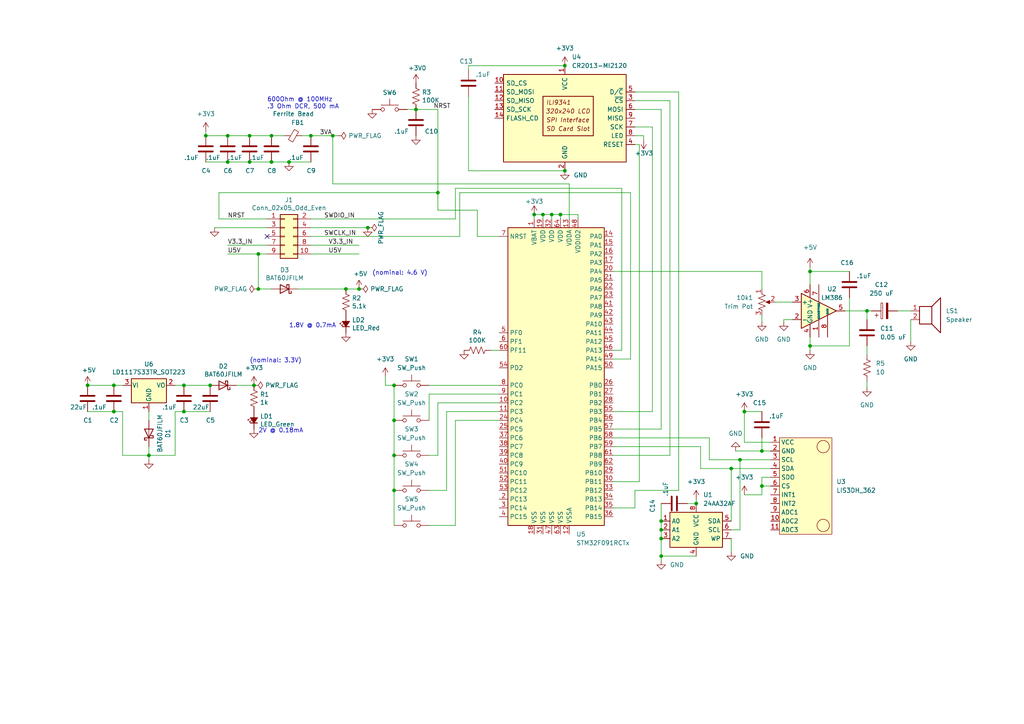
<source format=kicad_sch>
(kicad_sch (version 20211123) (generator eeschema)
  (paper "A4")
  (lib_symbols
    (symbol "362_symbol_lib:LIS3DH_362"
      (property "Reference" "U" (at -7.62 11.43 0))
      (property "Value" "LIS3DH_362" (at 6.35 11.43 0))
      (symbol "LIS3DH_362_0_1"
        (rectangle (start -8.89 7.62) (end 6.35 -20.32) (fill (type background)))
        (circle (center 3.81 -17.78) (radius 1.7961))
        (circle (center 3.81 5.08) (radius 1.7961))
      )
      (symbol "LIS3DH_362_1_1"
        (pin power_in line (at -11.43 6.35 0) (length 2.54) (name "VCC") (number "1"))
        (pin output line (at -11.43 -16.51 0) (length 2.54) (name "ADC2") (number "10"))
        (pin output line (at -11.43 -19.05 0) (length 2.54) (name "ADC3") (number "11"))
        (pin power_in line (at -11.43 3.81 0) (length 2.54) (name "GND") (number "2"))
        (pin input line (at -11.43 1.27 0) (length 2.54) (name "SCL") (number "3"))
        (pin bidirectional line (at -11.43 -1.27 0) (length 2.54) (name "SDA") (number "4"))
        (pin output line (at -11.43 -3.81 0) (length 2.54) (name "SDO") (number "5"))
        (pin input line (at -11.43 -6.35 0) (length 2.54) (name "CS") (number "6"))
        (pin output line (at -11.43 -8.89 0) (length 2.54) (name "INT1") (number "7"))
        (pin output line (at -11.43 -11.43 0) (length 2.54) (name "INT2") (number "8"))
        (pin output line (at -11.43 -13.97 0) (length 2.54) (name "ADC1") (number "9"))
      )
    )
    (symbol "Amplifier_Audio:LM386" (pin_names (offset 0.127))
      (property "Reference" "U" (at 1.27 7.62 0))
      (property "Value" "LM386" (at 1.27 5.08 0))
      (symbol "LM386_0_1"
        (polyline (pts (xy 5.08 0) (xy -5.08 5.08) (xy -5.08 -5.08) (xy 5.08 0)) (stroke (width 0.254)) (fill (type background)))
      )
      (symbol "LM386_1_1"
        (pin input line (at 0 -7.62 90) (length 5.08) (name "GAIN") (number "1"))
        (pin input line (at -7.62 -2.54 0) (length 2.54) (name "-") (number "2"))
        (pin input line (at -7.62 2.54 0) (length 2.54) (name "+") (number "3"))
        (pin power_in line (at -2.54 -7.62 90) (length 3.81) (name "GND") (number "4"))
        (pin output line (at 7.62 0 180) (length 2.54) (name "~") (number "5"))
        (pin power_in line (at -2.54 7.62 270) (length 3.81) (name "V+") (number "6"))
        (pin input line (at 0 7.62 270) (length 5.08) (name "BYPASS") (number "7"))
        (pin input line (at 2.54 -7.62 90) (length 6.35) (name "GAIN") (number "8"))
      )
    )
    (symbol "Connector_Generic:Conn_02x05_Odd_Even" (pin_names (offset 1.016) hide)
      (property "Reference" "J" (at 1.27 7.62 0))
      (property "Value" "Conn_02x05_Odd_Even" (at 1.27 -7.62 0))
      (symbol "Conn_02x05_Odd_Even_1_1"
        (rectangle (start -1.27 -4.953) (end 0 -5.207) (stroke (width 0.1524)))
        (rectangle (start -1.27 -2.413) (end 0 -2.667) (stroke (width 0.1524)))
        (rectangle (start -1.27 0.127) (end 0 -0.127) (stroke (width 0.1524)))
        (rectangle (start -1.27 2.667) (end 0 2.413) (stroke (width 0.1524)))
        (rectangle (start -1.27 5.207) (end 0 4.953) (stroke (width 0.1524)))
        (rectangle (start -1.27 6.35) (end 3.81 -6.35) (stroke (width 0.254)) (fill (type background)))
        (rectangle (start 3.81 -4.953) (end 2.54 -5.207) (stroke (width 0.1524)))
        (rectangle (start 3.81 -2.413) (end 2.54 -2.667) (stroke (width 0.1524)))
        (rectangle (start 3.81 0.127) (end 2.54 -0.127) (stroke (width 0.1524)))
        (rectangle (start 3.81 2.667) (end 2.54 2.413) (stroke (width 0.1524)))
        (rectangle (start 3.81 5.207) (end 2.54 4.953) (stroke (width 0.1524)))
        (pin passive line (at -5.08 5.08 0) (length 3.81) (name "Pin_1") (number "1"))
        (pin passive line (at 7.62 -5.08 180) (length 3.81) (name "Pin_10") (number "10"))
        (pin passive line (at 7.62 5.08 180) (length 3.81) (name "Pin_2") (number "2"))
        (pin passive line (at -5.08 2.54 0) (length 3.81) (name "Pin_3") (number "3"))
        (pin passive line (at 7.62 2.54 180) (length 3.81) (name "Pin_4") (number "4"))
        (pin passive line (at -5.08 0 0) (length 3.81) (name "Pin_5") (number "5"))
        (pin passive line (at 7.62 0 180) (length 3.81) (name "Pin_6") (number "6"))
        (pin passive line (at -5.08 -2.54 0) (length 3.81) (name "Pin_7") (number "7"))
        (pin passive line (at 7.62 -2.54 180) (length 3.81) (name "Pin_8") (number "8"))
        (pin passive line (at -5.08 -5.08 0) (length 3.81) (name "Pin_9") (number "9"))
      )
    )
    (symbol "Device:C" (pin_numbers hide) (pin_names (offset 0.254))
      (property "Reference" "C" (at 0.635 2.54 0))
      (property "Value" "C" (at 0.635 -2.54 0))
      (symbol "C_0_1"
        (polyline (pts (xy -2.032 -0.762) (xy 2.032 -0.762)) (stroke (width 0.508)))
        (polyline (pts (xy -2.032 0.762) (xy 2.032 0.762)) (stroke (width 0.508)))
      )
      (symbol "C_1_1"
        (pin passive line (at 0 3.81 270) (length 2.794) (name "~") (number "1"))
        (pin passive line (at 0 -3.81 90) (length 2.794) (name "~") (number "2"))
      )
    )
    (symbol "Device:C_Polarized" (pin_numbers hide) (pin_names (offset 0.254))
      (property "Reference" "C" (at 0.635 2.54 0))
      (property "Value" "C_Polarized" (at 0.635 -2.54 0))
      (symbol "C_Polarized_0_1"
        (rectangle (start -2.286 0.508) (end 2.286 1.016))
        (polyline (pts (xy -1.778 2.286) (xy -0.762 2.286)))
        (polyline (pts (xy -1.27 2.794) (xy -1.27 1.778)))
        (rectangle (start 2.286 -0.508) (end -2.286 -1.016) (fill (type outline)))
      )
      (symbol "C_Polarized_1_1"
        (pin passive line (at 0 3.81 270) (length 2.794) (name "~") (number "1"))
        (pin passive line (at 0 -3.81 90) (length 2.794) (name "~") (number "2"))
      )
    )
    (symbol "Device:R_Potentiometer_US" (pin_names (offset 1.016) hide)
      (property "Reference" "RV" (at -4.445 0 90))
      (property "Value" "R_Potentiometer_US" (at -2.54 0 90))
      (symbol "R_Potentiometer_US_0_1"
        (polyline (pts (xy 0 -2.286) (xy 0 -2.54)))
        (polyline (pts (xy 0 2.54) (xy 0 2.286)))
        (polyline (pts (xy 2.54 0) (xy 1.524 0)))
        (polyline (pts (xy 1.143 0) (xy 2.286 0.508) (xy 2.286 -0.508) (xy 1.143 0)) (fill (type outline)))
        (polyline (pts (xy 0 -0.762) (xy 1.016 -1.143) (xy 0 -1.524) (xy -1.016 -1.905) (xy 0 -2.286)))
        (polyline (pts (xy 0 0.762) (xy 1.016 0.381) (xy 0 0) (xy -1.016 -0.381) (xy 0 -0.762)))
        (polyline (pts (xy 0 2.286) (xy 1.016 1.905) (xy 0 1.524) (xy -1.016 1.143) (xy 0 0.762)))
      )
      (symbol "R_Potentiometer_US_1_1"
        (pin passive line (at 0 3.81 270) (length 1.27) (name "1") (number "1"))
        (pin passive line (at 3.81 0 180) (length 1.27) (name "2") (number "2"))
        (pin passive line (at 0 -3.81 90) (length 1.27) (name "3") (number "3"))
      )
    )
    (symbol "Device:R_US" (pin_numbers hide) (pin_names (offset 0))
      (property "Reference" "R" (at 2.54 0 90))
      (property "Value" "R_US" (at -2.54 0 90))
      (symbol "R_US_0_1"
        (polyline (pts (xy 0 -2.286) (xy 0 -2.54)))
        (polyline (pts (xy 0 2.286) (xy 0 2.54)))
        (polyline (pts (xy 0 -0.762) (xy 1.016 -1.143) (xy 0 -1.524) (xy -1.016 -1.905) (xy 0 -2.286)))
        (polyline (pts (xy 0 0.762) (xy 1.016 0.381) (xy 0 0) (xy -1.016 -0.381) (xy 0 -0.762)))
        (polyline (pts (xy 0 2.286) (xy 1.016 1.905) (xy 0 1.524) (xy -1.016 1.143) (xy 0 0.762)))
      )
      (symbol "R_US_1_1"
        (pin passive line (at 0 3.81 270) (length 1.27) (name "~") (number "1"))
        (pin passive line (at 0 -3.81 90) (length 1.27) (name "~") (number "2"))
      )
    )
    (symbol "Device:Speaker" (pin_names (offset 0) hide)
      (property "Reference" "LS" (at 1.27 5.715 0))
      (property "Value" "Speaker" (at 1.27 3.81 0))
      (symbol "Speaker_0_0"
        (rectangle (start -2.54 1.27) (end 1.016 -3.81) (stroke (width 0.254)))
        (polyline (pts (xy 1.016 1.27) (xy 3.556 3.81) (xy 3.556 -6.35) (xy 1.016 -3.81)) (stroke (width 0.254)))
      )
      (symbol "Speaker_1_1"
        (pin input line (at -5.08 0 0) (length 2.54) (name "1") (number "1"))
        (pin input line (at -5.08 -2.54 0) (length 2.54) (name "2") (number "2"))
      )
    )
    (symbol "Diode:BAT60A" (pin_numbers hide) (pin_names (offset 1.016) hide)
      (property "Reference" "D" (at 0 2.54 0))
      (property "Value" "BAT60A" (at 0 -2.54 0))
      (symbol "BAT60A_0_1"
        (polyline (pts (xy 1.27 0) (xy -1.27 0)))
        (polyline (pts (xy 1.27 1.27) (xy 1.27 -1.27) (xy -1.27 0) (xy 1.27 1.27)) (stroke (width 0.254)))
        (polyline (pts (xy -1.905 0.635) (xy -1.905 1.27) (xy -1.27 1.27) (xy -1.27 -1.27) (xy -0.635 -1.27) (xy -0.635 -0.635)) (stroke (width 0.254)))
      )
      (symbol "BAT60A_1_1"
        (pin passive line (at -3.81 0 0) (length 2.54) (name "K") (number "1"))
        (pin passive line (at 3.81 0 180) (length 2.54) (name "A") (number "2"))
      )
    )
    (symbol "Driver_Display:CR2013-MI2120" (pin_names (offset 0.762))
      (property "Reference" "U" (at -17.526 13.97 0))
      (property "Value" "CR2013-MI2120" (at 1.905 13.97 0))
      (symbol "CR2013-MI2120_0_0"
        (text "320x240 LCD" (at 0.889 2.032 0) (effects (font (size 1.27 1.27) italic)))
        (text "ILI9341" (at -5.461 4.572 0) (effects (font (size 1.27 1.27) italic) (justify left)))
        (text "SD Card Slot" (at -5.461 -3.048 0) (effects (font (size 1.27 1.27) italic) (justify left)))
        (text "SPI Interface" (at -5.461 -0.508 0) (effects (font (size 1.27 1.27) italic) (justify left)))
      )
      (symbol "CR2013-MI2120_0_1"
        (rectangle (start -17.78 12.7) (end 17.78 -12.7) (stroke (width 0.254)) (fill (type background)))
        (rectangle (start -6.35 6.35) (end 8.255 -5.08) (stroke (width 0.254)))
      )
      (symbol "CR2013-MI2120_1_1"
        (pin power_in line (at 0 15.24 270) (length 2.54) (name "VCC") (number "1"))
        (pin input line (at -20.32 10.16 0) (length 2.54) (name "SD_CS") (number "10"))
        (pin input line (at -20.32 7.62 0) (length 2.54) (name "SD_MOSI") (number "11"))
        (pin output line (at -20.32 5.08 0) (length 2.54) (name "SD_MISO") (number "12"))
        (pin input line (at -20.32 2.54 0) (length 2.54) (name "SD_SCK") (number "13"))
        (pin input line (at -20.32 0 0) (length 2.54) (name "FLASH_CD") (number "14"))
        (pin power_in line (at 0 -15.24 90) (length 2.54) (name "GND") (number "2"))
        (pin input line (at 20.32 5.08 180) (length 2.54) (name "~{CS}") (number "3"))
        (pin input line (at 20.32 -7.62 180) (length 2.54) (name "RESET") (number "4"))
        (pin input line (at 20.32 7.62 180) (length 2.54) (name "D/~{C}") (number "5"))
        (pin input line (at 20.32 2.54 180) (length 2.54) (name "MOSI") (number "6"))
        (pin input line (at 20.32 -2.54 180) (length 2.54) (name "SCK") (number "7"))
        (pin input line (at 20.32 -5.08 180) (length 2.54) (name "LED") (number "8"))
        (pin output line (at 20.32 0 180) (length 2.54) (name "MISO") (number "9"))
      )
    )
    (symbol "MCU_ST_STM32F0:STM32F091RCTx"
      (property "Reference" "U" (at -15.24 44.45 0))
      (property "Value" "STM32F091RCTx" (at 7.62 44.45 0))
      (symbol "STM32F091RCTx_0_1"
        (rectangle (start -15.24 -43.18) (end 12.7 43.18) (stroke (width 0.254)) (fill (type background)))
      )
      (symbol "STM32F091RCTx_1_1"
        (pin power_in line (at -7.62 45.72 270) (length 2.54) (name "VBAT") (number "1"))
        (pin bidirectional line (at -17.78 -7.62 0) (length 2.54) (name "PC2") (number "10"))
        (pin bidirectional line (at -17.78 -10.16 0) (length 2.54) (name "PC3") (number "11"))
        (pin power_in line (at 2.54 -45.72 90) (length 2.54) (name "VSSA") (number "12"))
        (pin power_in line (at 2.54 45.72 270) (length 2.54) (name "VDDA") (number "13"))
        (pin bidirectional line (at 15.24 40.64 180) (length 2.54) (name "PA0") (number "14"))
        (pin bidirectional line (at 15.24 38.1 180) (length 2.54) (name "PA1") (number "15"))
        (pin bidirectional line (at 15.24 35.56 180) (length 2.54) (name "PA2") (number "16"))
        (pin bidirectional line (at 15.24 33.02 180) (length 2.54) (name "PA3") (number "17"))
        (pin power_in line (at -7.62 -45.72 90) (length 2.54) (name "VSS") (number "18"))
        (pin power_in line (at -5.08 45.72 270) (length 2.54) (name "VDD") (number "19"))
        (pin bidirectional line (at -17.78 -35.56 0) (length 2.54) (name "PC13") (number "2"))
        (pin bidirectional line (at 15.24 30.48 180) (length 2.54) (name "PA4") (number "20"))
        (pin bidirectional line (at 15.24 27.94 180) (length 2.54) (name "PA5") (number "21"))
        (pin bidirectional line (at 15.24 25.4 180) (length 2.54) (name "PA6") (number "22"))
        (pin bidirectional line (at 15.24 22.86 180) (length 2.54) (name "PA7") (number "23"))
        (pin bidirectional line (at -17.78 -12.7 0) (length 2.54) (name "PC4") (number "24"))
        (pin bidirectional line (at -17.78 -15.24 0) (length 2.54) (name "PC5") (number "25"))
        (pin bidirectional line (at 15.24 -2.54 180) (length 2.54) (name "PB0") (number "26"))
        (pin bidirectional line (at 15.24 -5.08 180) (length 2.54) (name "PB1") (number "27"))
        (pin bidirectional line (at 15.24 -7.62 180) (length 2.54) (name "PB2") (number "28"))
        (pin bidirectional line (at 15.24 -27.94 180) (length 2.54) (name "PB10") (number "29"))
        (pin bidirectional line (at -17.78 -38.1 0) (length 2.54) (name "PC14") (number "3"))
        (pin bidirectional line (at 15.24 -30.48 180) (length 2.54) (name "PB11") (number "30"))
        (pin power_in line (at -5.08 -45.72 90) (length 2.54) (name "VSS") (number "31"))
        (pin power_in line (at -2.54 45.72 270) (length 2.54) (name "VDD") (number "32"))
        (pin bidirectional line (at 15.24 -33.02 180) (length 2.54) (name "PB12") (number "33"))
        (pin bidirectional line (at 15.24 -35.56 180) (length 2.54) (name "PB13") (number "34"))
        (pin bidirectional line (at 15.24 -38.1 180) (length 2.54) (name "PB14") (number "35"))
        (pin bidirectional line (at 15.24 -40.64 180) (length 2.54) (name "PB15") (number "36"))
        (pin bidirectional line (at -17.78 -17.78 0) (length 2.54) (name "PC6") (number "37"))
        (pin bidirectional line (at -17.78 -20.32 0) (length 2.54) (name "PC7") (number "38"))
        (pin bidirectional line (at -17.78 -22.86 0) (length 2.54) (name "PC8") (number "39"))
        (pin bidirectional line (at -17.78 -40.64 0) (length 2.54) (name "PC15") (number "4"))
        (pin bidirectional line (at -17.78 -25.4 0) (length 2.54) (name "PC9") (number "40"))
        (pin bidirectional line (at 15.24 20.32 180) (length 2.54) (name "PA8") (number "41"))
        (pin bidirectional line (at 15.24 17.78 180) (length 2.54) (name "PA9") (number "42"))
        (pin bidirectional line (at 15.24 15.24 180) (length 2.54) (name "PA10") (number "43"))
        (pin bidirectional line (at 15.24 12.7 180) (length 2.54) (name "PA11") (number "44"))
        (pin bidirectional line (at 15.24 10.16 180) (length 2.54) (name "PA12") (number "45"))
        (pin bidirectional line (at 15.24 7.62 180) (length 2.54) (name "PA13") (number "46"))
        (pin power_in line (at -2.54 -45.72 90) (length 2.54) (name "VSS") (number "47"))
        (pin power_in line (at 5.08 45.72 270) (length 2.54) (name "VDDIO2") (number "48"))
        (pin bidirectional line (at 15.24 5.08 180) (length 2.54) (name "PA14") (number "49"))
        (pin input line (at -17.78 12.7 0) (length 2.54) (name "PF0") (number "5"))
        (pin bidirectional line (at 15.24 2.54 180) (length 2.54) (name "PA15") (number "50"))
        (pin bidirectional line (at -17.78 -27.94 0) (length 2.54) (name "PC10") (number "51"))
        (pin bidirectional line (at -17.78 -30.48 0) (length 2.54) (name "PC11") (number "52"))
        (pin bidirectional line (at -17.78 -33.02 0) (length 2.54) (name "PC12") (number "53"))
        (pin bidirectional line (at -17.78 2.54 0) (length 2.54) (name "PD2") (number "54"))
        (pin bidirectional line (at 15.24 -10.16 180) (length 2.54) (name "PB3") (number "55"))
        (pin bidirectional line (at 15.24 -12.7 180) (length 2.54) (name "PB4") (number "56"))
        (pin bidirectional line (at 15.24 -15.24 180) (length 2.54) (name "PB5") (number "57"))
        (pin bidirectional line (at 15.24 -17.78 180) (length 2.54) (name "PB6") (number "58"))
        (pin bidirectional line (at 15.24 -20.32 180) (length 2.54) (name "PB7") (number "59"))
        (pin input line (at -17.78 10.16 0) (length 2.54) (name "PF1") (number "6"))
        (pin bidirectional line (at -17.78 7.62 0) (length 2.54) (name "PF11") (number "60"))
        (pin bidirectional line (at 15.24 -22.86 180) (length 2.54) (name "PB8") (number "61"))
        (pin bidirectional line (at 15.24 -25.4 180) (length 2.54) (name "PB9") (number "62"))
        (pin power_in line (at 0 -45.72 90) (length 2.54) (name "VSS") (number "63"))
        (pin power_in line (at 0 45.72 270) (length 2.54) (name "VDD") (number "64"))
        (pin input line (at -17.78 40.64 0) (length 2.54) (name "NRST") (number "7"))
        (pin bidirectional line (at -17.78 -2.54 0) (length 2.54) (name "PC0") (number "8"))
        (pin bidirectional line (at -17.78 -5.08 0) (length 2.54) (name "PC1") (number "9"))
      )
    )
    (symbol "Memory_EEPROM:24LC32"
      (property "Reference" "U" (at -6.35 6.35 0))
      (property "Value" "24LC32" (at 1.27 6.35 0))
      (symbol "24LC32_1_1"
        (rectangle (start -7.62 5.08) (end 7.62 -5.08) (stroke (width 0.254)) (fill (type background)))
        (pin input line (at -10.16 2.54 0) (length 2.54) (name "A0") (number "1"))
        (pin input line (at -10.16 0 0) (length 2.54) (name "A1") (number "2"))
        (pin input line (at -10.16 -2.54 0) (length 2.54) (name "A2") (number "3"))
        (pin power_in line (at 0 -7.62 90) (length 2.54) (name "GND") (number "4"))
        (pin bidirectional line (at 10.16 2.54 180) (length 2.54) (name "SDA") (number "5"))
        (pin input line (at 10.16 0 180) (length 2.54) (name "SCL") (number "6"))
        (pin input line (at 10.16 -2.54 180) (length 2.54) (name "WP") (number "7"))
        (pin power_in line (at 0 7.62 270) (length 2.54) (name "VCC") (number "8"))
      )
    )
    (symbol "Regulator_Linear:LD1117S33TR_SOT223" (pin_names (offset 0.254))
      (property "Reference" "U" (at -3.81 3.175 0))
      (property "Value" "LD1117S33TR_SOT223" (at 0 3.175 0))
      (symbol "LD1117S33TR_SOT223_0_1"
        (rectangle (start -5.08 -5.08) (end 5.08 1.905) (stroke (width 0.254)) (fill (type background)))
      )
      (symbol "LD1117S33TR_SOT223_1_1"
        (pin power_in line (at 0 -7.62 90) (length 2.54) (name "GND") (number "1"))
        (pin power_out line (at 7.62 0 180) (length 2.54) (name "VO") (number "2"))
        (pin power_in line (at -7.62 0 0) (length 2.54) (name "VI") (number "3"))
      )
    )
    (symbol "Switch:SW_Push" (pin_numbers hide) (pin_names (offset 1.016) hide)
      (property "Reference" "SW" (at 1.27 2.54 0))
      (property "Value" "SW_Push" (at 0 -1.524 0))
      (symbol "SW_Push_0_1"
        (circle (center -2.032 0) (radius 0.508))
        (polyline (pts (xy 0 1.27) (xy 0 3.048)))
        (polyline (pts (xy 2.54 1.27) (xy -2.54 1.27)))
        (circle (center 2.032 0) (radius 0.508))
        (pin passive line (at -5.08 0 0) (length 2.54) (name "1") (number "1"))
        (pin passive line (at 5.08 0 180) (length 2.54) (name "2") (number "2"))
      )
    )
    (symbol "power:+3.3V" (power) (pin_names (offset 0))
      (property "Value" "+3.3V" (at 0 3.556 0))
      (symbol "+3.3V_0_1"
        (polyline (pts (xy -0.762 1.27) (xy 0 2.54)))
        (polyline (pts (xy 0 0) (xy 0 2.54)))
        (polyline (pts (xy 0 2.54) (xy 0.762 1.27)))
      )
      (symbol "+3.3V_1_1"
        (pin power_in line (at 0 0 90) (length 0) hide (name "+3V3") (number "1"))
      )
    )
    (symbol "power:+3V0" (power) (pin_names (offset 0))
      (property "Value" "+3V0" (at 0 3.556 0))
      (symbol "+3V0_0_1"
        (polyline (pts (xy -0.762 1.27) (xy 0 2.54)))
        (polyline (pts (xy 0 0) (xy 0 2.54)))
        (polyline (pts (xy 0 2.54) (xy 0.762 1.27)))
      )
      (symbol "+3V0_1_1"
        (pin power_in line (at 0 0 90) (length 0) hide (name "+3V0") (number "1"))
      )
    )
    (symbol "power:+5V" (power) (pin_names (offset 0))
      (property "Value" "+5V" (at 0 3.556 0))
      (symbol "+5V_0_1"
        (polyline (pts (xy -0.762 1.27) (xy 0 2.54)))
        (polyline (pts (xy 0 0) (xy 0 2.54)))
        (polyline (pts (xy 0 2.54) (xy 0.762 1.27)))
      )
      (symbol "+5V_1_1"
        (pin power_in line (at 0 0 90) (length 0) hide (name "+5V") (number "1"))
      )
    )
    (symbol "power:GND" (power) (pin_names (offset 0))
      (property "Value" "GND" (at 0 -3.81 0))
      (symbol "GND_0_1"
        (polyline (pts (xy 0 0) (xy 0 -1.27) (xy 1.27 -1.27) (xy 0 -2.54) (xy -1.27 -1.27) (xy 0 -1.27)))
      )
      (symbol "GND_1_1"
        (pin power_in line (at 0 0 270) (length 0) hide (name "GND") (number "1"))
      )
    )
    (symbol "power:PWR_FLAG" (power) (pin_numbers hide) (pin_names (offset 0) hide)
      (property "Value" "PWR_FLAG" (at 0 3.81 0))
      (symbol "PWR_FLAG_0_0"
        (pin power_out line (at 0 0 90) (length 0) (name "pwr") (number "1"))
      )
      (symbol "PWR_FLAG_0_1"
        (polyline (pts (xy 0 0) (xy 0 1.27) (xy -1.016 1.905) (xy 0 2.54) (xy 1.016 1.905) (xy 0 1.27)))
      )
    )
    (symbol "stm32f091-rescue:Ferrite_Bead_Small-Device" (pin_numbers hide) (pin_names (offset 0))
      (property "Reference" "FB" (at 1.905 1.27 0))
      (property "Value" "Ferrite_Bead_Small-Device" (at 1.905 -1.27 0))
      (symbol "Ferrite_Bead_Small-Device_0_1"
        (polyline (pts (xy 0 -1.27) (xy 0 -0.7874)))
        (polyline (pts (xy 0 0.889) (xy 0 1.2954)))
        (polyline (pts (xy -1.8288 0.2794) (xy -1.1176 1.4986) (xy 1.8288 -0.2032) (xy 1.1176 -1.4224) (xy -1.8288 0.2794)))
      )
      (symbol "Ferrite_Bead_Small-Device_1_1"
        (pin passive line (at 0 2.54 270) (length 1.27) (name "~") (number "1"))
        (pin passive line (at 0 -2.54 90) (length 1.27) (name "~") (number "2"))
      )
    )
    (symbol "stm32f091-rescue:LED_Small_ALT-Device" (pin_numbers hide) (pin_names (offset 0.254) hide)
      (property "Reference" "D" (at -1.27 3.175 0))
      (property "Value" "LED_Small_ALT-Device" (at -4.445 -2.54 0))
      (symbol "LED_Small_ALT-Device_0_1"
        (polyline (pts (xy -0.762 -1.016) (xy -0.762 1.016)) (stroke (width 0.254)))
        (polyline (pts (xy 1.016 0) (xy -0.762 0)))
        (polyline (pts (xy 0.762 -1.016) (xy -0.762 0) (xy 0.762 1.016) (xy 0.762 -1.016)) (stroke (width 0.254)) (fill (type outline)))
        (polyline (pts (xy 0 0.762) (xy -0.508 1.27) (xy -0.254 1.27) (xy -0.508 1.27) (xy -0.508 1.016)))
        (polyline (pts (xy 0.508 1.27) (xy 0 1.778) (xy 0.254 1.778) (xy 0 1.778) (xy 0 1.524)))
      )
      (symbol "LED_Small_ALT-Device_1_1"
        (pin passive line (at -2.54 0 0) (length 1.778) (name "K") (number "1"))
        (pin passive line (at 2.54 0 180) (length 1.778) (name "A") (number "2"))
      )
    )
  )
  (junction (at 33.02 119.38))
  (junction (at 100.33 83.82))
  (junction (at 66.04 39.37))
  (junction (at 234.95 78.74))
  (junction (at 191.77 161.29))
  (junction (at 114.3 142.24))
  (junction (at 53.34 119.38))
  (junction (at 191.77 156.21))
  (junction (at 163.83 19.05))
  (junction (at 214.63 133.35))
  (junction (at 53.34 111.76))
  (junction (at 43.18 132.08))
  (junction (at 191.77 153.67))
  (junction (at 59.69 39.37))
  (junction (at 220.98 140.97))
  (junction (at 78.74 46.99))
  (junction (at 251.46 90.17))
  (junction (at 73.66 111.76))
  (junction (at 191.77 151.13))
  (junction (at 114.3 132.08))
  (junction (at 78.74 39.37))
  (junction (at 83.82 46.99))
  (junction (at 220.98 130.81))
  (junction (at 163.83 49.53))
  (junction (at 234.95 100.33))
  (junction (at 74.93 73.66))
  (junction (at 25.4 111.76))
  (junction (at 60.96 111.76))
  (junction (at 201.93 146.05))
  (junction (at 162.56 62.23))
  (junction (at 90.17 39.37))
  (junction (at 104.14 83.82))
  (junction (at 215.9 119.38))
  (junction (at 106.68 66.04))
  (junction (at 72.39 46.99))
  (junction (at 157.48 62.23))
  (junction (at 120.65 31.75))
  (junction (at 160.02 62.23))
  (junction (at 72.39 39.37))
  (junction (at 114.3 111.76))
  (junction (at 74.93 83.82))
  (junction (at 212.09 135.89))
  (junction (at 96.52 39.37))
  (junction (at 127 55.88))
  (junction (at 114.3 121.92))
  (junction (at 66.04 46.99))
  (junction (at 154.94 62.23))
  (junction (at 33.02 111.76))
  (no_connect (at 77.47 68.58))
  (wire (pts (xy 191.77 151.13) (xy 191.77 153.67)))
  (wire (pts (xy 182.88 55.88) (xy 182.88 104.14)))
  (wire (pts (xy 59.69 39.37) (xy 66.04 39.37)))
  (wire (pts (xy 162.56 62.23) (xy 162.56 63.5)))
  (wire (pts (xy 196.85 26.67) (xy 184.15 26.67)))
  (wire (pts (xy 157.48 62.23) (xy 157.48 63.5)))
  (wire (pts (xy 180.34 54.61) (xy 180.34 101.6)))
  (wire (pts (xy 189.23 36.83) (xy 184.15 36.83)))
  (wire (pts (xy 205.74 127) (xy 205.74 133.35)))
  (wire (pts (xy 120.65 31.75) (xy 127 31.75)))
  (wire (pts (xy 260.35 90.17) (xy 264.16 90.17)))
  (wire (pts (xy 59.69 46.99) (xy 66.04 46.99)))
  (wire (pts (xy 78.74 39.37) (xy 82.55 39.37)))
  (wire (pts (xy 220.98 127) (xy 220.98 130.81)))
  (wire (pts (xy 132.08 152.4) (xy 132.08 121.92)))
  (wire (pts (xy 184.15 39.37) (xy 186.69 39.37)))
  (wire (pts (xy 160.02 62.23) (xy 162.56 62.23)))
  (wire (pts (xy 133.35 55.88) (xy 182.88 55.88)))
  (wire (pts (xy 245.11 90.17) (xy 251.46 90.17)))
  (wire (pts (xy 66.04 46.99) (xy 72.39 46.99)))
  (wire (pts (xy 90.17 39.37) (xy 96.52 39.37)))
  (wire (pts (xy 96.52 39.37) (xy 96.52 53.34)))
  (wire (pts (xy 212.09 153.67) (xy 214.63 153.67)))
  (wire (pts (xy 224.79 87.63) (xy 229.87 87.63)))
  (wire (pts (xy 124.46 152.4) (xy 132.08 152.4)))
  (wire (pts (xy 63.5 63.5) (xy 63.5 55.88)))
  (wire (pts (xy 186.69 39.37) (xy 186.69 40.64)))
  (wire (pts (xy 111.76 111.76) (xy 114.3 111.76)))
  (wire (pts (xy 138.43 68.58) (xy 144.78 68.58)))
  (wire (pts (xy 135.89 49.53) (xy 163.83 49.53)))
  (wire (pts (xy 167.64 62.23) (xy 167.64 63.5)))
  (wire (pts (xy 184.15 142.24) (xy 196.85 142.24)))
  (wire (pts (xy 251.46 90.17) (xy 252.73 90.17)))
  (wire (pts (xy 214.63 133.35) (xy 214.63 153.67)))
  (wire (pts (xy 184.15 147.32) (xy 184.15 142.24)))
  (wire (pts (xy 63.5 63.5) (xy 77.47 63.5)))
  (wire (pts (xy 201.93 161.29) (xy 191.77 161.29)))
  (wire (pts (xy 100.33 83.82) (xy 86.36 83.82)))
  (wire (pts (xy 124.46 121.92) (xy 124.46 114.3)))
  (wire (pts (xy 53.34 119.38) (xy 60.96 119.38)))
  (wire (pts (xy 177.8 124.46) (xy 191.77 124.46)))
  (wire (pts (xy 177.8 147.32) (xy 184.15 147.32)))
  (wire (pts (xy 114.3 132.08) (xy 114.3 142.24)))
  (wire (pts (xy 220.98 91.44) (xy 220.98 93.345)))
  (wire (pts (xy 154.94 62.23) (xy 154.94 63.5)))
  (wire (pts (xy 135.89 20.32) (xy 135.89 19.05)))
  (wire (pts (xy 264.16 92.71) (xy 264.16 99.06)))
  (wire (pts (xy 77.47 71.12) (xy 66.04 71.12)))
  (wire (pts (xy 33.02 119.38) (xy 35.56 119.38)))
  (wire (pts (xy 246.38 86.36) (xy 246.38 100.33)))
  (wire (pts (xy 220.98 130.81) (xy 223.52 130.81)))
  (wire (pts (xy 114.3 111.76) (xy 114.3 121.92)))
  (wire (pts (xy 124.46 142.24) (xy 129.54 142.24)))
  (wire (pts (xy 215.9 143.51) (xy 220.98 143.51)))
  (wire (pts (xy 50.8 111.76) (xy 53.34 111.76)))
  (wire (pts (xy 177.8 104.14) (xy 182.88 104.14)))
  (wire (pts (xy 191.77 31.75) (xy 184.15 31.75)))
  (wire (pts (xy 177.8 119.38) (xy 189.23 119.38)))
  (wire (pts (xy 72.39 46.99) (xy 78.74 46.99)))
  (wire (pts (xy 50.8 132.08) (xy 43.18 132.08)))
  (wire (pts (xy 132.08 54.61) (xy 132.08 63.5)))
  (wire (pts (xy 127 60.96) (xy 138.43 60.96)))
  (wire (pts (xy 212.09 151.13) (xy 212.09 135.89)))
  (wire (pts (xy 133.35 68.58) (xy 133.35 55.88)))
  (wire (pts (xy 127 132.08) (xy 127 116.84)))
  (wire (pts (xy 220.98 78.74) (xy 220.98 83.82)))
  (wire (pts (xy 234.95 77.47) (xy 234.95 78.74)))
  (wire (pts (xy 201.93 144.78) (xy 201.93 146.05)))
  (wire (pts (xy 180.34 54.61) (xy 132.08 54.61)))
  (wire (pts (xy 177.8 127) (xy 205.74 127)))
  (wire (pts (xy 118.11 31.75) (xy 120.65 31.75)))
  (wire (pts (xy 43.18 119.38) (xy 43.18 121.92)))
  (wire (pts (xy 124.46 114.3) (xy 144.78 114.3)))
  (wire (pts (xy 227.33 92.71) (xy 227.33 93.345)))
  (wire (pts (xy 157.48 62.23) (xy 160.02 62.23)))
  (wire (pts (xy 213.36 130.81) (xy 220.98 130.81)))
  (wire (pts (xy 142.24 101.6) (xy 144.78 101.6)))
  (wire (pts (xy 135.89 19.05) (xy 163.83 19.05)))
  (wire (pts (xy 194.31 29.21) (xy 184.15 29.21)))
  (wire (pts (xy 212.09 156.21) (xy 212.09 160.02)))
  (wire (pts (xy 180.34 101.6) (xy 177.8 101.6)))
  (wire (pts (xy 90.17 63.5) (xy 132.08 63.5)))
  (wire (pts (xy 214.63 133.35) (xy 223.52 133.35)))
  (wire (pts (xy 87.63 39.37) (xy 90.17 39.37)))
  (wire (pts (xy 234.95 78.74) (xy 234.95 82.55)))
  (wire (pts (xy 234.95 100.33) (xy 234.95 101.6)))
  (wire (pts (xy 50.8 119.38) (xy 50.8 132.08)))
  (wire (pts (xy 53.34 111.76) (xy 60.96 111.76)))
  (wire (pts (xy 234.95 78.74) (xy 246.38 78.74)))
  (wire (pts (xy 62.23 66.04) (xy 77.47 66.04)))
  (wire (pts (xy 104.14 83.82) (xy 100.33 83.82)))
  (wire (pts (xy 114.3 142.24) (xy 114.3 152.4)))
  (wire (pts (xy 59.69 38.1) (xy 59.69 39.37)))
  (wire (pts (xy 177.8 78.74) (xy 220.98 78.74)))
  (wire (pts (xy 90.17 71.12) (xy 104.14 71.12)))
  (wire (pts (xy 138.43 60.96) (xy 138.43 68.58)))
  (wire (pts (xy 90.17 68.58) (xy 133.35 68.58)))
  (wire (pts (xy 199.39 146.05) (xy 201.93 146.05)))
  (wire (pts (xy 194.31 29.21) (xy 194.31 132.08)))
  (wire (pts (xy 96.52 53.34) (xy 165.1 53.34)))
  (wire (pts (xy 72.39 39.37) (xy 78.74 39.37)))
  (wire (pts (xy 35.56 119.38) (xy 35.56 132.08)))
  (wire (pts (xy 160.02 62.23) (xy 160.02 63.5)))
  (wire (pts (xy 220.98 138.43) (xy 223.52 138.43)))
  (wire (pts (xy 129.54 142.24) (xy 129.54 119.38)))
  (wire (pts (xy 124.46 111.76) (xy 144.78 111.76)))
  (wire (pts (xy 227.33 92.71) (xy 229.87 92.71)))
  (wire (pts (xy 165.1 53.34) (xy 165.1 63.5)))
  (wire (pts (xy 189.23 36.83) (xy 189.23 119.38)))
  (wire (pts (xy 246.38 100.33) (xy 234.95 100.33)))
  (wire (pts (xy 96.52 39.37) (xy 97.79 39.37)))
  (wire (pts (xy 74.93 73.66) (xy 74.93 83.82)))
  (wire (pts (xy 43.18 129.54) (xy 43.18 132.08)))
  (wire (pts (xy 215.9 128.27) (xy 215.9 119.38)))
  (wire (pts (xy 191.77 156.21) (xy 191.77 161.29)))
  (wire (pts (xy 74.93 83.82) (xy 78.74 83.82)))
  (wire (pts (xy 162.56 62.23) (xy 167.64 62.23)))
  (wire (pts (xy 191.77 31.75) (xy 191.77 124.46)))
  (wire (pts (xy 196.85 26.67) (xy 196.85 142.24)))
  (wire (pts (xy 135.89 27.94) (xy 135.89 49.53)))
  (wire (pts (xy 191.77 153.67) (xy 191.77 156.21)))
  (wire (pts (xy 220.98 138.43) (xy 220.98 140.97)))
  (wire (pts (xy 25.4 111.76) (xy 33.02 111.76)))
  (wire (pts (xy 53.34 119.38) (xy 50.8 119.38)))
  (wire (pts (xy 124.46 132.08) (xy 127 132.08)))
  (wire (pts (xy 234.95 97.79) (xy 234.95 100.33)))
  (wire (pts (xy 63.5 55.88) (xy 127 55.88)))
  (wire (pts (xy 177.8 139.7) (xy 185.42 139.7)))
  (wire (pts (xy 35.56 132.08) (xy 43.18 132.08)))
  (wire (pts (xy 129.54 119.38) (xy 144.78 119.38)))
  (wire (pts (xy 68.58 111.76) (xy 73.66 111.76)))
  (wire (pts (xy 215.9 119.38) (xy 220.98 119.38)))
  (wire (pts (xy 127 55.88) (xy 127 31.75)))
  (wire (pts (xy 177.8 129.54) (xy 203.2 129.54)))
  (wire (pts (xy 203.2 135.89) (xy 212.09 135.89)))
  (wire (pts (xy 43.18 132.08) (xy 43.18 133.35)))
  (wire (pts (xy 77.47 73.66) (xy 74.93 73.66)))
  (wire (pts (xy 78.74 46.99) (xy 83.82 46.99)))
  (wire (pts (xy 212.09 135.89) (xy 223.52 135.89)))
  (wire (pts (xy 251.46 100.33) (xy 251.46 102.87)))
  (wire (pts (xy 90.17 73.66) (xy 104.14 73.66)))
  (wire (pts (xy 185.42 41.91) (xy 185.42 139.7)))
  (wire (pts (xy 251.46 90.17) (xy 251.46 92.71)))
  (wire (pts (xy 127 55.88) (xy 127 60.96)))
  (wire (pts (xy 127 116.84) (xy 144.78 116.84)))
  (wire (pts (xy 185.42 41.91) (xy 184.15 41.91)))
  (wire (pts (xy 223.52 128.27) (xy 215.9 128.27)))
  (wire (pts (xy 90.17 66.04) (xy 106.68 66.04)))
  (wire (pts (xy 191.77 161.29) (xy 191.77 162.56)))
  (wire (pts (xy 220.98 143.51) (xy 220.98 140.97)))
  (wire (pts (xy 35.56 111.76) (xy 33.02 111.76)))
  (wire (pts (xy 83.82 46.99) (xy 90.17 46.99)))
  (wire (pts (xy 66.04 39.37) (xy 72.39 39.37)))
  (wire (pts (xy 220.98 140.97) (xy 223.52 140.97)))
  (wire (pts (xy 111.76 109.22) (xy 111.76 111.76)))
  (wire (pts (xy 154.94 62.23) (xy 157.48 62.23)))
  (wire (pts (xy 114.3 121.92) (xy 114.3 132.08)))
  (wire (pts (xy 205.74 133.35) (xy 214.63 133.35)))
  (wire (pts (xy 177.8 132.08) (xy 194.31 132.08)))
  (wire (pts (xy 203.2 129.54) (xy 203.2 135.89)))
  (wire (pts (xy 191.77 146.05) (xy 191.77 151.13)))
  (wire (pts (xy 132.08 121.92) (xy 144.78 121.92)))
  (wire (pts (xy 251.46 110.49) (xy 251.46 112.395)))
  (wire (pts (xy 74.93 73.66) (xy 66.04 73.66)))
  (wire (pts (xy 25.4 119.38) (xy 33.02 119.38)))
  (text "(nominal: 3.3V)" (at 72.39 105.41 0) (effects (font (size 1.27 1.27)) (justify left bottom)))
  (text "2V @ 0.18mA" (at 74.93 125.73 0) (effects (font (size 1.27 1.27)) (justify left bottom)))
  (text "600Ohm @ 100MHz\n.3 Ohm DCR, 500 mA" (at 77.47 31.75 0) (effects (font (size 1.27 1.27)) (justify left bottom)))
  (text "1.8V @ 0.7mA" (at 83.82 95.25 0) (effects (font (size 1.27 1.27)) (justify left bottom)))
  (text "(nominal: 4.6 V)" (at 107.95 80.01 0) (effects (font (size 1.27 1.27)) (justify left bottom)))
  (label "V3.3_IN" (at 66.04 71.12 0))
  (label "V3.3_IN" (at 95.25 71.12 0))
  (label "3VA" (at 92.71 39.37 0))
  (label "SWCLK_IN" (at 93.98 68.58 0))
  (label "U5V" (at 95.25 73.66 0))
  (label "NRST" (at 66.04 63.5 0))
  (label "NRST" (at 125.73 31.75 0))
  (label "SWDIO_IN" (at 93.98 63.5 0))
  (label "U5V" (at 66.04 73.66 0))
  (symbol (lib_id "Switch:SW_Push") (at 113.03 31.75 0) (unit 1)
    (property "Reference" "SW6" (at 113.03 26.8478 0))
    (property "Value" "SW_Push" (effects hide))
    (property "Footprint" "Button_Switch_THT:SW_PUSH_6mm" (effects hide))
  )
  (symbol (lib_id "Device:R_US") (at 100.33 87.63 0) (unit 1)
    (property "Reference" "R2" (at 102.0572 86.4616 0) (effects (justify left)))
    (property "Value" "5.1k" (at 102.0572 88.773 0) (effects (justify left)))
    (property "Footprint" "Resistor_SMD:R_0805_2012Metric_Pad1.20x1.40mm_HandSolder" (effects hide))
  )
  (symbol (lib_id "Device:C") (at 60.96 115.57 0) (unit 1)
    (property "Reference" "C5" (at 59.69 121.92 0) (effects (justify left)))
    (property "Value" "22uF" (at 55.88 118.11 0) (effects (justify left)))
    (property "Footprint" "Capacitor_SMD:C_0805_2012Metric_Pad1.18x1.45mm_HandSolder" (effects hide))
    (property "Datasheet" "https://datasheet.lcsc.com/szlcsc/Samsung-Electro-Mechanics-CL21A226MAQNNNE_C45783.pdf" (effects hide))
  )
  (symbol (lib_id "Device:C_Polarized") (at 256.54 90.17 90) (unit 1)
    (property "Reference" "C12" (at 255.651 82.55 90))
    (property "Value" "250 uF" (at 255.651 85.09 90))
    (property "Footprint" "Capacitor_THT:CP_Radial_D8.0mm_P3.50mm" (effects hide))
  )
  (symbol (lib_id "Device:C") (at 251.46 96.52 0) (unit 1)
    (property "Reference" "C11" (at 255.27 95.2499 0) (effects (justify left)))
    (property "Value" "0.05 uF" (at 255.27 97.7899 0) (effects (justify left)))
    (property "Footprint" "Capacitor_SMD:C_0805_2012Metric_Pad1.18x1.45mm_HandSolder" (effects hide))
  )
  (symbol (lib_id "Switch:SW_Push") (at 119.38 152.4 0) (unit 1)
    (property "Reference" "SW5" (at 119.38 144.78 0))
    (property "Value" "SW_Push" (at 119.38 147.32 0))
    (property "Footprint" "Button_Switch_THT:SW_PUSH_6mm" (effects hide))
  )
  (symbol (lib_id "power:+3.3V") (at 73.66 111.76 0) (unit 1)
    (property "Reference" "#PWR05" (effects hide))
    (property "Value" "+3.3V" (at 73.66 106.68 0))
  )
  (symbol (lib_id "Device:C") (at 66.04 43.18 0) (unit 1)
    (property "Reference" "C6" (at 64.77 49.53 0) (effects (justify left)))
    (property "Value" ".1uF" (at 59.69 45.72 0) (effects (justify left)))
    (property "Footprint" "Capacitor_SMD:C_0805_2012Metric_Pad1.18x1.45mm_HandSolder" (effects hide))
  )
  (symbol (lib_id "power:PWR_FLAG") (at 97.79 39.37 270) (unit 1)
    (property "Reference" "#FLG03" (effects hide))
    (property "Value" "PWR_FLAG" (at 101.0412 39.37 90) (effects (justify left)))
  )
  (symbol (lib_id "Switch:SW_Push") (at 119.38 111.76 0) (unit 1)
    (property "Reference" "SW1" (at 119.38 104.14 0))
    (property "Value" "SW_Push" (at 119.38 106.68 0))
    (property "Footprint" "Button_Switch_THT:SW_PUSH_6mm" (effects hide))
  )
  (symbol (lib_id "Amplifier_Audio:LM386") (at 237.49 90.17 0) (unit 1)
    (property "Reference" "U2" (at 241.3 83.82 0))
    (property "Value" "LM386" (at 241.3 86.36 0))
    (property "Footprint" "Package_DIP:DIP-8_W7.62mm" (effects hide))
    (property "Datasheet" "http://www.ti.com/lit/ds/symlink/lm386.pdf" (effects hide))
  )
  (symbol (lib_id "Device:C") (at 120.65 35.56 0) (unit 1)
    (property "Reference" "C10" (at 123.19 38.1 0) (effects (justify left)))
    (property "Value" ".1uF" (at 114.3 38.1 0) (effects (justify left)))
    (property "Footprint" "Capacitor_SMD:C_0805_2012Metric_Pad1.18x1.45mm_HandSolder" (effects hide))
  )
  (symbol (lib_id "Device:C") (at 59.69 43.18 0) (unit 1)
    (property "Reference" "C4" (at 58.42 49.53 0) (effects (justify left)))
    (property "Value" ".1uF" (at 53.34 45.72 0) (effects (justify left)))
    (property "Footprint" "Capacitor_SMD:C_0805_2012Metric_Pad1.18x1.45mm_HandSolder" (effects hide))
  )
  (symbol (lib_id "stm32f091-rescue:Ferrite_Bead_Small-Device") (at 85.09 39.37 270) (unit 1)
    (property "Reference" "FB1" (at 86.36 35.56 90))
    (property "Value" "Ferrite Bead" (at 85.09 33.02 90))
    (property "Footprint" "Inductor_SMD:L_0805_2012Metric_Pad1.15x1.40mm_HandSolder" (effects hide))
  )
  (symbol (lib_id "Regulator_Linear:LD1117S33TR_SOT223") (at 43.18 111.76 0) (unit 1)
    (property "Reference" "U6" (at 43.18 105.6132 0))
    (property "Value" "LD1117S33TR_SOT223" (at 43.18 107.9246 0))
    (property "Footprint" "Package_TO_SOT_SMD:SOT-223-3_TabPin2" (effects hide))
    (property "Datasheet" "http://www.st.com/st-web-ui/static/active/en/resource/technical/document/datasheet/CD00000544.pdf" (effects hide))
  )
  (symbol (lib_id "power:+3.3V") (at 111.76 109.22 0) (unit 1)
    (property "Reference" "#PWR012" (effects hide))
    (property "Value" "+3.3V" (at 111.76 104.14 0))
  )
  (symbol (lib_id "Switch:SW_Push") (at 119.38 132.08 0) (unit 1)
    (property "Reference" "SW3" (at 119.38 124.46 0))
    (property "Value" "SW_Push" (at 119.38 127 0))
    (property "Footprint" "Button_Switch_THT:SW_PUSH_6mm" (effects hide))
  )
  (symbol (lib_id "Device:C") (at 72.39 43.18 0) (unit 1)
    (property "Reference" "C7" (at 71.12 49.53 0) (effects (justify left)))
    (property "Value" ".1uF" (at 66.04 45.72 0) (effects (justify left)))
    (property "Footprint" "Capacitor_SMD:C_0805_2012Metric_Pad1.18x1.45mm_HandSolder" (effects hide))
  )
  (symbol (lib_id "Device:C") (at 78.74 43.18 0) (unit 1)
    (property "Reference" "C8" (at 77.47 49.53 0) (effects (justify left)))
    (property "Value" ".1uF" (at 72.39 45.72 0) (effects (justify left)))
    (property "Footprint" "Capacitor_SMD:C_0805_2012Metric_Pad1.18x1.45mm_HandSolder" (effects hide))
  )
  (symbol (lib_id "power:GND") (at 107.95 31.75 0) (unit 1)
    (property "Reference" "#PWR011" (effects hide))
    (property "Value" "GND" (effects hide))
  )
  (symbol (lib_id "power:+5V") (at 104.14 83.82 0) (unit 1)
    (property "Reference" "#PWR09" (effects hide))
    (property "Value" "+5V" (at 104.521 79.4258 0))
  )
  (symbol (lib_id "power:+3.3V") (at 163.83 19.05 0) (unit 1)
    (property "Reference" "#PWR017" (effects hide))
    (property "Value" "+3.3V" (at 163.83 13.97 0))
  )
  (symbol (lib_id "power:PWR_FLAG") (at 74.93 83.82 90) (unit 1)
    (property "Reference" "#FLG02" (effects hide))
    (property "Value" "PWR_FLAG" (at 71.7042 83.82 90) (effects (justify left)))
  )
  (symbol (lib_id "power:PWR_FLAG") (at 73.66 111.76 270) (unit 1)
    (property "Reference" "#FLG01" (effects hide))
    (property "Value" "PWR_FLAG" (at 76.9112 111.76 90) (effects (justify left)))
  )
  (symbol (lib_id "power:+3.3V") (at 215.9 119.38 0) (unit 1)
    (property "Reference" "#PWR024" (effects hide))
    (property "Value" "+3.3V" (at 215.9 114.3 0))
  )
  (symbol (lib_id "power:GND") (at 213.36 130.81 180) (unit 1)
    (property "Reference" "#PWR022" (effects hide))
    (property "Value" "GND" (at 213.36 125.73 0))
  )
  (symbol (lib_id "Switch:SW_Push") (at 119.38 121.92 0) (unit 1)
    (property "Reference" "SW2" (at 119.38 114.3 0))
    (property "Value" "SW_Push" (at 119.38 116.84 0))
    (property "Footprint" "Button_Switch_THT:SW_PUSH_6mm" (effects hide))
  )
  (symbol (lib_id "362_symbol_lib:LIS3DH_362") (at 234.95 134.62 0) (unit 1)
    (property "Reference" "U3" (at 242.57 139.6999 0) (effects (justify left)))
    (property "Value" "LIS3DH_362" (at 242.57 142.2399 0) (effects (justify left)))
    (property "Footprint" "362_footprint_lib:LIS3DH_362" (effects hide))
    (property "Datasheet" "https://www.st.com/resource/en/datasheet/cd00274221.pdf" (effects hide))
  )
  (symbol (lib_id "MCU_ST_STM32F0:STM32F091RCTx") (at 162.56 109.22 0) (unit 1)
    (property "Reference" "U5" (at 167.1194 154.94 0) (effects (justify left)))
    (property "Value" "STM32F091RCTx" (at 167.1194 157.48 0) (effects (justify left)))
    (property "Footprint" "Package_QFP:LQFP-64_10x10mm_P0.5mm" (effects hide))
    (property "Datasheet" "http://www.st.com/st-web-ui/static/active/en/resource/technical/document/datasheet/DM00115237.pdf" (effects hide))
  )
  (symbol (lib_id "power:PWR_FLAG") (at 104.14 83.82 270) (unit 1)
    (property "Reference" "#FLG04" (effects hide))
    (property "Value" "PWR_FLAG" (at 107.3912 83.82 90) (effects (justify left)))
  )
  (symbol (lib_id "power:GND") (at 212.09 160.02 0) (unit 1)
    (property "Reference" "#PWR021" (effects hide))
    (property "Value" "GND" (at 214.63 161.2899 0) (effects (justify left)))
  )
  (symbol (lib_id "power:GND") (at 106.68 66.04 0) (unit 1)
    (property "Reference" "#PWR010" (effects hide))
    (property "Value" "GND" (effects hide))
  )
  (symbol (lib_id "power:+5V") (at 234.95 77.47 0) (unit 1)
    (property "Reference" "#PWR027" (effects hide))
    (property "Value" "+5V" (at 234.95 71.755 0))
  )
  (symbol (lib_id "power:+5V") (at 25.4 111.76 0) (unit 1)
    (property "Reference" "#PWR01" (effects hide))
    (property "Value" "+5V" (at 25.781 107.3658 0))
  )
  (symbol (lib_id "power:GND") (at 234.95 101.6 0) (unit 1)
    (property "Reference" "#PWR028" (effects hide))
    (property "Value" "GND" (at 234.95 106.68 0))
  )
  (symbol (lib_id "power:GND") (at 251.46 112.395 0) (unit 1)
    (property "Reference" "#PWR029" (effects hide))
    (property "Value" "GND" (at 251.46 117.475 0))
  )
  (symbol (lib_id "Device:C") (at 53.34 115.57 0) (unit 1)
    (property "Reference" "C3" (at 52.07 121.92 0) (effects (justify left)))
    (property "Value" ".1uF" (at 46.99 118.11 0) (effects (justify left)))
    (property "Footprint" "Capacitor_SMD:C_0805_2012Metric_Pad1.18x1.45mm_HandSolder" (effects hide))
    (property "Datasheet" "https://datasheet.lcsc.com/szlcsc/Samsung-Electro-Mechanics-CL21C101JBANNNC_C1790.pdf" (effects hide))
  )
  (symbol (lib_id "Device:C") (at 33.02 115.57 0) (unit 1)
    (property "Reference" "C2" (at 31.75 121.92 0) (effects (justify left)))
    (property "Value" ".1uF" (at 26.67 118.11 0) (effects (justify left)))
    (property "Footprint" "Capacitor_SMD:C_0805_2012Metric_Pad1.18x1.45mm_HandSolder" (effects hide))
    (property "Datasheet" "https://datasheet.lcsc.com/szlcsc/Samsung-Electro-Mechanics-CL21C101JBANNNC_C1790.pdf" (effects hide))
  )
  (symbol (lib_id "power:GND") (at 62.23 66.04 0) (unit 1)
    (property "Reference" "#PWR04" (effects hide))
    (property "Value" "GND" (effects hide))
  )
  (symbol (lib_id "power:GND") (at 73.66 124.46 0) (unit 1)
    (property "Reference" "#PWR06" (effects hide))
    (property "Value" "GND" (effects hide))
  )
  (symbol (lib_id "Switch:SW_Push") (at 119.38 142.24 0) (unit 1)
    (property "Reference" "SW4" (at 119.38 134.62 0))
    (property "Value" "SW_Push" (at 119.38 137.16 0))
    (property "Footprint" "Button_Switch_THT:SW_PUSH_6mm" (effects hide))
  )
  (symbol (lib_id "Device:C") (at 220.98 123.19 180) (unit 1)
    (property "Reference" "C15" (at 222.25 116.84 0) (effects (justify left)))
    (property "Value" ".1uF" (at 227.33 120.65 0) (effects (justify left)))
    (property "Footprint" "Capacitor_SMD:C_0805_2012Metric_Pad1.18x1.45mm_HandSolder" (effects hide))
  )
  (symbol (lib_id "Device:C") (at 90.17 43.18 0) (unit 1)
    (property "Reference" "C9" (at 88.9 49.53 0) (effects (justify left)))
    (property "Value" ".1uF" (at 83.82 45.72 0) (effects (justify left)))
    (property "Footprint" "Capacitor_SMD:C_0805_2012Metric_Pad1.18x1.45mm_HandSolder" (effects hide))
  )
  (symbol (lib_id "Diode:BAT60A") (at 43.18 125.73 90) (unit 1)
    (property "Reference" "D1" (at 48.6918 125.73 0))
    (property "Value" "BAT60JFILM" (at 46.3804 125.73 0))
    (property "Footprint" "Diode_SMD:D_SOD-323" (effects hide))
    (property "Datasheet" "https://www.infineon.com/dgdl/Infineon-BAT60ASERIES-DS-v01_01-en.pdf?fileId=db3a304313d846880113def70c9304a9" (effects hide))
  )
  (symbol (lib_id "Device:C") (at 246.38 82.55 180) (unit 1)
    (property "Reference" "C16" (at 247.65 76.2 0) (effects (justify left)))
    (property "Value" ".1uF" (at 252.73 80.01 0) (effects (justify left)))
    (property "Footprint" "Capacitor_SMD:C_0805_2012Metric_Pad1.18x1.45mm_HandSolder" (effects hide))
  )
  (symbol (lib_id "power:+3.3V") (at 59.69 38.1 0) (unit 1)
    (property "Reference" "#PWR03" (effects hide))
    (property "Value" "+3.3V" (at 59.69 33.02 0))
  )
  (symbol (lib_id "stm32f091-rescue:LED_Small_ALT-Device") (at 100.33 93.98 90) (unit 1)
    (property "Reference" "LD2" (at 102.108 92.8116 90) (effects (justify right)))
    (property "Value" "LED_Red" (at 102.108 95.123 90) (effects (justify right)))
    (property "Footprint" "LED_SMD:LED_0805_2012Metric" (effects hide))
  )
  (symbol (lib_id "power:+3.3V") (at 186.69 40.64 180) (unit 1)
    (property "Reference" "#PWR019" (effects hide))
    (property "Value" "+3.3V" (at 184.15 44.45 0) (effects (justify right)))
  )
  (symbol (lib_id "Memory_EEPROM:24LC32") (at 201.93 153.67 0) (unit 1)
    (property "Reference" "U1" (at 203.9494 143.51 0) (effects (justify left)))
    (property "Value" "24AA32AF" (at 203.9494 146.05 0) (effects (justify left)))
    (property "Footprint" "Package_DIP:DIP-8_W7.62mm" (effects hide))
    (property "Datasheet" "http://ww1.microchip.com/downloads/en/DeviceDoc/21072G.pdf" (effects hide))
  )
  (symbol (lib_id "Device:R_US") (at 120.65 27.94 0) (unit 1)
    (property "Reference" "R3" (at 122.3772 26.7716 0) (effects (justify left)))
    (property "Value" "100K" (at 122.3772 29.083 0) (effects (justify left)))
    (property "Footprint" "Resistor_SMD:R_0805_2012Metric_Pad1.20x1.40mm_HandSolder" (effects hide))
  )
  (symbol (lib_id "power:GND") (at 43.18 133.35 0) (unit 1)
    (property "Reference" "#PWR02" (effects hide))
    (property "Value" "GND" (effects hide))
  )
  (symbol (lib_id "Device:R_US") (at 73.66 115.57 0) (unit 1)
    (property "Reference" "R1" (at 75.3872 114.4016 0) (effects (justify left)))
    (property "Value" "1k" (at 75.3872 116.713 0) (effects (justify left)))
    (property "Footprint" "Resistor_SMD:R_0805_2012Metric_Pad1.20x1.40mm_HandSolder" (effects hide))
    (property "Datasheet" "https://datasheet.lcsc.com/szlcsc/Uniroyal-Elec-0805W8F3001T5E_C17661.pdf" (effects hide))
  )
  (symbol (lib_id "Device:R_US") (at 138.43 101.6 270) (unit 1)
    (property "Reference" "R4" (at 138.43 96.393 90))
    (property "Value" "100K" (at 138.43 98.7044 90))
    (property "Footprint" "Resistor_SMD:R_0805_2012Metric_Pad1.20x1.40mm_HandSolder" (effects hide))
  )
  (symbol (lib_id "power:GND") (at 191.77 162.56 0) (unit 1)
    (property "Reference" "#PWR020" (effects hide))
    (property "Value" "GND" (at 194.31 163.8299 0) (effects (justify left)))
  )
  (symbol (lib_id "power:GND") (at 120.65 39.37 0) (unit 1)
    (property "Reference" "#PWR014" (effects hide))
    (property "Value" "GND" (effects hide))
  )
  (symbol (lib_id "power:PWR_FLAG") (at 106.68 66.04 270) (unit 1)
    (property "Reference" "#FLG05" (effects hide))
    (property "Value" "PWR_FLAG" (at 110.49 66.04 0))
  )
  (symbol (lib_id "Device:R_US") (at 251.46 106.68 0) (unit 1)
    (property "Reference" "R5" (at 254 105.4099 0) (effects (justify left)))
    (property "Value" "10" (at 254 107.9499 0) (effects (justify left)))
    (property "Footprint" "Resistor_SMD:R_0805_2012Metric_Pad1.20x1.40mm_HandSolder" (effects hide))
  )
  (symbol (lib_id "Driver_Display:CR2013-MI2120") (at 163.83 34.29 0) (unit 1)
    (property "Reference" "U4" (at 165.8494 16.51 0) (effects (justify left)))
    (property "Value" "CR2013-MI2120" (at 165.8494 19.05 0) (effects (justify left)))
    (property "Footprint" "Display:CR2013-MI2120" (effects hide))
    (property "Datasheet" "http://pan.baidu.com/s/11Y990" (effects hide))
  )
  (symbol (lib_id "power:GND") (at 227.33 93.345 0) (unit 1)
    (property "Reference" "#PWR026" (effects hide))
    (property "Value" "GND" (at 227.33 98.425 0))
  )
  (symbol (lib_id "power:GND") (at 100.33 96.52 0) (unit 1)
    (property "Reference" "#PWR08" (effects hide))
    (property "Value" "GND" (effects hide))
  )
  (symbol (lib_id "Diode:BAT60A") (at 82.55 83.82 180) (unit 1)
    (property "Reference" "D3" (at 82.55 78.3082 0))
    (property "Value" "BAT60JFILM" (at 82.55 80.6196 0))
    (property "Footprint" "Diode_SMD:D_SOD-323" (effects hide))
    (property "Datasheet" "https://www.infineon.com/dgdl/Infineon-BAT60ASERIES-DS-v01_01-en.pdf?fileId=db3a304313d846880113def70c9304a9" (effects hide))
  )
  (symbol (lib_id "stm32f091-rescue:LED_Small_ALT-Device") (at 73.66 121.92 90) (unit 1)
    (property "Reference" "LD1" (at 75.438 120.7516 90) (effects (justify right)))
    (property "Value" "LED_Green" (at 75.438 123.063 90) (effects (justify right)))
    (property "Footprint" "LED_SMD:LED_0805_2012Metric" (effects hide))
  )
  (symbol (lib_id "power:+3V0") (at 120.65 24.13 0) (unit 1)
    (property "Reference" "#PWR013" (effects hide))
    (property "Value" "+3V0" (at 121.031 19.7358 0))
  )
  (symbol (lib_id "Connector_Generic:Conn_02x05_Odd_Even") (at 82.55 68.58 0) (unit 1)
    (property "Reference" "J1" (at 83.82 57.9882 0))
    (property "Value" "Conn_02x05_Odd_Even" (at 83.82 60.2996 0))
    (property "Footprint" "Connector_IDC:IDC-Header_2x05_P2.54mm_Vertical" (effects hide))
  )
  (symbol (lib_id "Device:R_Potentiometer_US") (at 220.98 87.63 0) (unit 1)
    (property "Reference" "10k1" (at 218.44 86.3599 0) (effects (justify right)))
    (property "Value" "Trim Pot" (at 218.44 88.8999 0) (effects (justify right)))
    (property "Footprint" "Potentiometer_THT:Potentiometer_Vishay_148-149_Single_Vertical" (effects hide))
  )
  (symbol (lib_id "Device:C") (at 135.89 24.13 180) (unit 1)
    (property "Reference" "C13" (at 137.16 17.78 0) (effects (justify left)))
    (property "Value" ".1uF" (at 142.24 21.59 0) (effects (justify left)))
    (property "Footprint" "Capacitor_SMD:C_0805_2012Metric_Pad1.18x1.45mm_HandSolder" (effects hide))
  )
  (symbol (lib_id "Device:C") (at 195.58 146.05 270) (unit 1)
    (property "Reference" "C14" (at 189.23 144.78 0) (effects (justify left)))
    (property "Value" ".1uF" (at 193.04 139.7 0) (effects (justify left)))
    (property "Footprint" "Capacitor_SMD:C_0805_2012Metric_Pad1.18x1.45mm_HandSolder" (effects hide))
  )
  (symbol (lib_id "power:GND") (at 264.16 99.06 0) (unit 1)
    (property "Reference" "#PWR030" (effects hide))
    (property "Value" "GND" (at 264.16 104.14 0))
  )
  (symbol (lib_id "power:+3.3V") (at 201.93 144.78 0) (unit 1)
    (property "Reference" "#PWR0101" (effects hide))
    (property "Value" "+3.3V" (at 201.93 139.7 0))
  )
  (symbol (lib_id "power:+3.3V") (at 215.9 143.51 0) (unit 1)
    (property "Reference" "#PWR023" (effects hide))
    (property "Value" "+3.3V" (at 215.9 138.43 0))
  )
  (symbol (lib_id "Device:Speaker") (at 269.24 90.17 0) (unit 1)
    (property "Reference" "LS1" (at 274.32 90.1699 0) (effects (justify left)))
    (property "Value" "Speaker" (at 274.32 92.7099 0) (effects (justify left)))
    (property "Footprint" "Connector_Wire:SolderWire-0.5sqmm_1x02_P4.6mm_D0.9mm_OD2.1mm" (effects hide))
  )
  (symbol (lib_id "power:GND") (at 83.82 46.99 0) (unit 1)
    (property "Reference" "#PWR07" (effects hide))
    (property "Value" "GND" (effects hide))
  )
  (symbol (lib_id "Device:C") (at 25.4 115.57 0) (unit 1)
    (property "Reference" "C1" (at 24.13 121.92 0) (effects (justify left)))
    (property "Value" "22uF" (at 20.32 118.11 0) (effects (justify left)))
    (property "Footprint" "Capacitor_SMD:C_0805_2012Metric_Pad1.18x1.45mm_HandSolder" (effects hide))
    (property "Datasheet" "https://datasheet.lcsc.com/szlcsc/Samsung-Electro-Mechanics-CL21A226MAQNNNE_C45783.pdf" (effects hide))
  )
  (symbol (lib_id "Diode:BAT60A") (at 64.77 111.76 180) (unit 1)
    (property "Reference" "D2" (at 64.77 106.2482 0))
    (property "Value" "BAT60JFILM" (at 64.77 108.5596 0))
    (property "Footprint" "Diode_SMD:D_SOD-323" (effects hide))
    (property "Datasheet" "https://www.infineon.com/dgdl/Infineon-BAT60ASERIES-DS-v01_01-en.pdf?fileId=db3a304313d846880113def70c9304a9" (effects hide))
  )
  (symbol (lib_id "power:GND") (at 220.98 93.345 0) (unit 1)
    (property "Reference" "#PWR025" (effects hide))
    (property "Value" "GND" (at 220.98 98.425 0))
  )
  (symbol (lib_id "power:GND") (at 134.62 101.6 0) (unit 1)
    (property "Reference" "#PWR015" (effects hide))
    (property "Value" "GND" (effects hide))
  )
  (symbol (lib_id "power:GND") (at 163.83 49.53 0) (unit 1)
    (property "Reference" "#PWR018" (effects hide))
    (property "Value" "GND" (at 166.37 50.7999 0) (effects (justify left)))
  )
  (symbol (lib_id "power:+3.3V") (at 154.94 62.23 0) (unit 1)
    (property "Reference" "#PWR016" (effects hide))
    (property "Value" "+3.3V" (at 154.94 58.42 0))
  )
)
</source>
